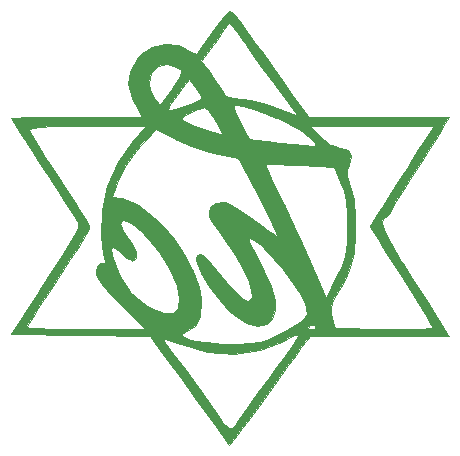
<source format=gbr>
%TF.GenerationSoftware,KiCad,Pcbnew,(5.1.9)-1*%
%TF.CreationDate,2021-05-30T19:53:41+08:00*%
%TF.ProjectId,Tuya_RGB,54757961-5f52-4474-922e-6b696361645f,rev?*%
%TF.SameCoordinates,Original*%
%TF.FileFunction,Legend,Bot*%
%TF.FilePolarity,Positive*%
%FSLAX46Y46*%
G04 Gerber Fmt 4.6, Leading zero omitted, Abs format (unit mm)*
G04 Created by KiCad (PCBNEW (5.1.9)-1) date 2021-05-30 19:53:41*
%MOMM*%
%LPD*%
G01*
G04 APERTURE LIST*
%ADD10C,0.010000*%
G04 APERTURE END LIST*
D10*
%TO.C,G\u002A\u002A\u002A*%
G36*
X155054109Y-79521906D02*
G01*
X154600238Y-80059247D01*
X154019172Y-80829278D01*
X153821731Y-81105904D01*
X153232968Y-81940442D01*
X152769890Y-82594192D01*
X152509656Y-82958317D01*
X152481984Y-82995691D01*
X152243969Y-82941400D01*
X152022462Y-82786138D01*
X151005533Y-82254200D01*
X149847432Y-82126382D01*
X148708589Y-82381635D01*
X147749432Y-82998911D01*
X147418495Y-83390184D01*
X146820654Y-84513516D01*
X146685234Y-85560594D01*
X147001611Y-86692322D01*
X147176198Y-87059029D01*
X147817412Y-88315800D01*
X142297148Y-88315800D01*
X140652638Y-88321478D01*
X139203268Y-88337347D01*
X138026587Y-88361655D01*
X137200142Y-88392653D01*
X136801484Y-88428593D01*
X136776884Y-88440356D01*
X136911999Y-88712317D01*
X137257876Y-89272712D01*
X137536903Y-89697127D01*
X137933353Y-90295589D01*
X138517322Y-91186856D01*
X139224431Y-92271618D01*
X139990302Y-93450565D01*
X140750557Y-94624385D01*
X141440818Y-95693770D01*
X141996707Y-96559410D01*
X142353845Y-97121993D01*
X142427747Y-97241782D01*
X142474522Y-97442434D01*
X142403657Y-97760046D01*
X142185956Y-98246428D01*
X141792222Y-98953384D01*
X141193259Y-99932721D01*
X140359868Y-101236247D01*
X139262852Y-102915767D01*
X139033330Y-103264759D01*
X136769481Y-106704342D01*
X142660161Y-106779716D01*
X148550842Y-106855090D01*
X149328509Y-107970341D01*
X150069311Y-109014594D01*
X151121145Y-110468517D01*
X152486984Y-112336196D01*
X154042213Y-114448843D01*
X155266479Y-116107927D01*
X155937803Y-115242593D01*
X156352530Y-114692596D01*
X156989576Y-113829443D01*
X157763093Y-112770153D01*
X158587233Y-111631744D01*
X158610732Y-111599133D01*
X159442127Y-110445829D01*
X160230620Y-109353154D01*
X160887776Y-108443592D01*
X161325162Y-107839622D01*
X161328465Y-107835075D01*
X162044592Y-106849142D01*
X167928445Y-106842888D01*
X173812298Y-106836633D01*
X173792929Y-106805592D01*
X161118550Y-106805592D01*
X160968112Y-107080815D01*
X160552426Y-107702083D01*
X159924937Y-108593005D01*
X159139090Y-109677188D01*
X158579596Y-110434690D01*
X157698193Y-111627438D01*
X156917483Y-112698513D01*
X156297786Y-113564025D01*
X155899427Y-114140086D01*
X155792162Y-114311113D01*
X155502816Y-114690450D01*
X155185473Y-114679725D01*
X154758415Y-114247378D01*
X154422031Y-113781946D01*
X153081039Y-111875525D01*
X151555295Y-109784793D01*
X150914900Y-108927590D01*
X150341125Y-108156059D01*
X149888421Y-107531040D01*
X149662651Y-107199945D01*
X149791785Y-107142074D01*
X150297902Y-107270502D01*
X151074057Y-107557447D01*
X151135052Y-107582469D01*
X153344475Y-108225632D01*
X155608678Y-108383373D01*
X157833034Y-108060898D01*
X159922916Y-107263412D01*
X160258655Y-107080609D01*
X160806843Y-106817613D01*
X161102084Y-106773002D01*
X161118550Y-106805592D01*
X173792929Y-106805592D01*
X172823237Y-105251606D01*
X172290065Y-104402220D01*
X171566330Y-103256156D01*
X170746442Y-101962619D01*
X169924809Y-100670810D01*
X169912625Y-100651692D01*
X169011395Y-99175744D01*
X168436606Y-98079526D01*
X168178202Y-97334372D01*
X168226125Y-96911617D01*
X168555191Y-96782467D01*
X168784678Y-96580195D01*
X168791467Y-96517121D01*
X168930102Y-96205344D01*
X169307992Y-95549818D01*
X169868119Y-94645239D01*
X170553464Y-93586309D01*
X170583682Y-93540558D01*
X171363739Y-92347970D01*
X172112364Y-91181462D01*
X172737712Y-90185384D01*
X173108377Y-89572571D01*
X173378237Y-89109550D01*
X172556493Y-89109550D01*
X172077421Y-89837154D01*
X171715556Y-90398615D01*
X171174183Y-91252409D01*
X170552860Y-92241273D01*
X170360534Y-92549133D01*
X169645227Y-93684815D01*
X168891193Y-94864441D01*
X168245143Y-95858746D01*
X168163343Y-95982683D01*
X167673206Y-96745954D01*
X167327426Y-97328148D01*
X167203967Y-97593920D01*
X167340029Y-97857687D01*
X167718380Y-98493345D01*
X168294269Y-99428237D01*
X169022944Y-100589703D01*
X169849801Y-101889692D01*
X170685342Y-103202744D01*
X171412413Y-104359941D01*
X171986294Y-105288905D01*
X172362269Y-105917257D01*
X172495634Y-106172152D01*
X172246005Y-106218378D01*
X171556594Y-106249533D01*
X170516613Y-106263993D01*
X169215278Y-106260133D01*
X168328446Y-106248040D01*
X164161259Y-106175175D01*
X164127495Y-106038568D01*
X162571091Y-106038568D01*
X162513607Y-106268661D01*
X162324790Y-106307467D01*
X161961934Y-106246109D01*
X161912300Y-106190790D01*
X162106180Y-105943824D01*
X162455040Y-105938320D01*
X162571091Y-106038568D01*
X164127495Y-106038568D01*
X163927727Y-105230346D01*
X163900003Y-105043316D01*
X161813315Y-105043316D01*
X161505894Y-105478809D01*
X161205194Y-105710132D01*
X159947674Y-106487109D01*
X158652662Y-107108524D01*
X157811259Y-107397831D01*
X157020526Y-107507303D01*
X155906138Y-107541753D01*
X154641664Y-107509349D01*
X153400671Y-107418262D01*
X152356731Y-107276660D01*
X151725842Y-107111426D01*
X151211557Y-106876879D01*
X151147931Y-106729742D01*
X151492103Y-106566495D01*
X151499095Y-106563801D01*
X152310480Y-106004852D01*
X152766934Y-105138273D01*
X152889146Y-104029164D01*
X152850128Y-103766811D01*
X151032898Y-103766811D01*
X150913066Y-104531693D01*
X150464312Y-104933236D01*
X149703527Y-104944071D01*
X148647604Y-104536830D01*
X148309504Y-104348950D01*
X146956283Y-103258193D01*
X145963850Y-101784670D01*
X145625206Y-100972663D01*
X145315384Y-99986166D01*
X145250158Y-99453156D01*
X145435140Y-99354993D01*
X145875943Y-99673036D01*
X145985632Y-99775674D01*
X146541432Y-100235718D01*
X146979775Y-100476387D01*
X147043966Y-100486634D01*
X147321560Y-100291732D01*
X147325622Y-99800581D01*
X147081644Y-99153512D01*
X146698759Y-98586298D01*
X146268366Y-97983606D01*
X146045760Y-97493720D01*
X146037301Y-97423625D01*
X146182058Y-97090786D01*
X146572826Y-97126055D01*
X147144342Y-97469606D01*
X147831348Y-98061611D01*
X148568583Y-98842243D01*
X149290789Y-99751675D01*
X149932704Y-100730080D01*
X150218227Y-101256498D01*
X150806916Y-102665956D01*
X151032898Y-103766811D01*
X152850128Y-103766811D01*
X152697805Y-102742623D01*
X152213600Y-101343751D01*
X151457222Y-99897645D01*
X150449358Y-98469405D01*
X149210700Y-97124129D01*
X148229531Y-96276146D01*
X147400755Y-95726998D01*
X146566576Y-95327767D01*
X146186999Y-95217813D01*
X145298657Y-95062675D01*
X145823448Y-93661048D01*
X146434726Y-92466807D01*
X147351229Y-91219743D01*
X147714124Y-90814709D01*
X149080009Y-89369997D01*
X150824294Y-90261111D01*
X152006259Y-90783335D01*
X153317955Y-91241339D01*
X154293538Y-91495092D01*
X156018498Y-91837960D01*
X157823695Y-95302401D01*
X158515629Y-96635011D01*
X158980063Y-97553923D01*
X159235087Y-98114160D01*
X159298791Y-98370749D01*
X159189265Y-98378715D01*
X158924600Y-98193082D01*
X158720075Y-98028898D01*
X157619665Y-97188220D01*
X156524700Y-96442592D01*
X155562751Y-95873035D01*
X154861390Y-95560572D01*
X154812303Y-95547040D01*
X154137297Y-95582605D01*
X153656910Y-95962991D01*
X153519540Y-96550729D01*
X153555367Y-96711391D01*
X153795212Y-97182553D01*
X154260344Y-97904999D01*
X154803241Y-98659123D01*
X155628734Y-99849844D01*
X156304000Y-101018403D01*
X156799396Y-102086866D01*
X157085280Y-102977302D01*
X157132010Y-103611780D01*
X156909944Y-103912367D01*
X156806622Y-103926217D01*
X156412808Y-103726923D01*
X155799315Y-103190045D01*
X155056138Y-102407089D01*
X154273274Y-101469559D01*
X153879149Y-100949654D01*
X153294441Y-100282091D01*
X152816862Y-99971018D01*
X152517865Y-100031242D01*
X152468899Y-100477573D01*
X152507615Y-100665400D01*
X152857971Y-101514217D01*
X153486122Y-102564699D01*
X154281334Y-103659259D01*
X155132874Y-104640308D01*
X155637811Y-105120094D01*
X156678528Y-105813569D01*
X157625197Y-106063351D01*
X158416369Y-105864070D01*
X158879586Y-105403305D01*
X159145065Y-104707690D01*
X159117999Y-103821230D01*
X158784104Y-102681077D01*
X158129092Y-101224382D01*
X157773794Y-100538656D01*
X157244127Y-99527248D01*
X156953050Y-98907597D01*
X156879680Y-98610272D01*
X157003136Y-98565843D01*
X157206951Y-98653931D01*
X157939915Y-99189805D01*
X158817534Y-100062939D01*
X159737411Y-101142638D01*
X160597148Y-102298206D01*
X161294348Y-103398947D01*
X161726614Y-104314165D01*
X161779019Y-104489534D01*
X161813315Y-105043316D01*
X163900003Y-105043316D01*
X163827055Y-104551211D01*
X163962966Y-103966733D01*
X164380458Y-103245971D01*
X164921451Y-102299776D01*
X165405452Y-101252263D01*
X165496018Y-101015800D01*
X165770982Y-99841302D01*
X165908189Y-98361357D01*
X165907923Y-97576217D01*
X165208149Y-97576217D01*
X165194157Y-98801729D01*
X165124942Y-99681249D01*
X164962232Y-100397684D01*
X164667750Y-101133936D01*
X164311811Y-101859645D01*
X163413990Y-103629531D01*
X162085952Y-100536728D01*
X161423066Y-99037412D01*
X160674770Y-97414856D01*
X159945491Y-95892406D01*
X159477571Y-94957885D01*
X158963663Y-93927221D01*
X158573042Y-93080018D01*
X158350971Y-92518703D01*
X158323278Y-92345795D01*
X158622991Y-92311125D01*
X159335632Y-92315503D01*
X160346598Y-92356362D01*
X161266100Y-92411738D01*
X164082873Y-92603730D01*
X164644770Y-93833202D01*
X164936020Y-94599237D01*
X165110250Y-95440396D01*
X165192256Y-96521425D01*
X165208149Y-97576217D01*
X165907923Y-97576217D01*
X165907653Y-96780388D01*
X165769384Y-95302822D01*
X165495618Y-94139215D01*
X165246162Y-93304611D01*
X165236743Y-92736410D01*
X165376350Y-92371126D01*
X165572300Y-91648665D01*
X165320333Y-91152335D01*
X164661001Y-90959136D01*
X164632584Y-90958816D01*
X163939005Y-90738243D01*
X162576663Y-90738243D01*
X162296619Y-90746585D01*
X161619300Y-90702540D01*
X160672576Y-90618858D01*
X159584315Y-90508288D01*
X158482386Y-90383579D01*
X157494657Y-90257479D01*
X156955820Y-90177820D01*
X156811455Y-89958789D01*
X156752977Y-89850663D01*
X154754920Y-89850663D01*
X153133127Y-89359623D01*
X152382009Y-89109550D01*
X148203005Y-89109550D01*
X147002083Y-90445264D01*
X145800020Y-92146942D01*
X144932248Y-94138364D01*
X144443115Y-96268460D01*
X144376970Y-98386156D01*
X144462139Y-99097571D01*
X144596069Y-99924198D01*
X144687134Y-100503313D01*
X144712851Y-100685071D01*
X144507986Y-100705072D01*
X144383655Y-100685071D01*
X144115397Y-100862244D01*
X143969774Y-101340641D01*
X143994098Y-101728587D01*
X144196069Y-102171281D01*
X144634918Y-102752374D01*
X145369876Y-103555521D01*
X145983666Y-104184912D01*
X148080709Y-106307467D01*
X143090255Y-106307467D01*
X141530862Y-106298752D01*
X140170617Y-106274496D01*
X139091079Y-106237531D01*
X138373808Y-106190688D01*
X138100363Y-106136799D01*
X138099800Y-106134187D01*
X138237372Y-105857225D01*
X138611104Y-105235336D01*
X139162520Y-104363150D01*
X139775700Y-103422208D01*
X140902324Y-101713600D01*
X141769416Y-100392291D01*
X142410344Y-99404872D01*
X142858476Y-98697929D01*
X143147178Y-98218051D01*
X143309818Y-97911826D01*
X143379764Y-97725841D01*
X143391467Y-97634359D01*
X143252738Y-97286004D01*
X142888408Y-96641363D01*
X142376266Y-95837711D01*
X142357474Y-95809661D01*
X141818944Y-94997322D01*
X141146202Y-93968246D01*
X140410260Y-92832776D01*
X139682129Y-91701255D01*
X139032823Y-90684027D01*
X138533351Y-89891434D01*
X138258424Y-89440279D01*
X138297922Y-89321570D01*
X138607735Y-89233226D01*
X139242147Y-89171568D01*
X140255444Y-89132914D01*
X141701911Y-89113583D01*
X143135788Y-89109550D01*
X148203005Y-89109550D01*
X152382009Y-89109550D01*
X152247585Y-89064796D01*
X151560945Y-88787352D01*
X151253041Y-88610291D01*
X151282835Y-88343708D01*
X151815337Y-88012543D01*
X151987919Y-87937024D01*
X152638316Y-87676365D01*
X153049723Y-87532158D01*
X153099970Y-87522050D01*
X153435719Y-87737542D01*
X153886156Y-88291210D01*
X154330550Y-89030023D01*
X154754920Y-89850663D01*
X156752977Y-89850663D01*
X156522805Y-89425076D01*
X156172317Y-88740132D01*
X155842439Y-88067405D01*
X155615617Y-87570347D01*
X155562300Y-87415189D01*
X155786797Y-87324336D01*
X156382576Y-87406875D01*
X157233074Y-87631207D01*
X158221724Y-87965731D01*
X159231962Y-88378847D01*
X159398759Y-88455223D01*
X160442122Y-88989677D01*
X161372570Y-89552186D01*
X162098109Y-90076661D01*
X162526746Y-90497015D01*
X162576663Y-90738243D01*
X163939005Y-90738243D01*
X163804092Y-90695338D01*
X162999620Y-90032774D01*
X162102565Y-89109550D01*
X172556493Y-89109550D01*
X173378237Y-89109550D01*
X173840856Y-88315800D01*
X162007892Y-88315800D01*
X161950110Y-88237722D01*
X161077536Y-88237722D01*
X159532121Y-87613502D01*
X158361449Y-87227260D01*
X157062166Y-86923923D01*
X156377628Y-86821099D01*
X155556520Y-86697836D01*
X152913525Y-86697836D01*
X152690539Y-86886959D01*
X152139634Y-87149290D01*
X151430735Y-87423305D01*
X150733764Y-87647485D01*
X150218647Y-87760306D01*
X150053203Y-87733427D01*
X150127708Y-87393351D01*
X150261015Y-87200486D01*
X150600801Y-86770419D01*
X151070205Y-86137170D01*
X151177187Y-85988415D01*
X151800407Y-85116239D01*
X152358437Y-85825659D01*
X152735242Y-86348863D01*
X152911665Y-86680955D01*
X152913525Y-86697836D01*
X155556520Y-86697836D01*
X155534650Y-86694553D01*
X154952115Y-86533632D01*
X154768550Y-86395328D01*
X154622205Y-86058925D01*
X154242470Y-85448194D01*
X153820120Y-84845717D01*
X153675248Y-84648361D01*
X151182641Y-84648361D01*
X150974938Y-85071126D01*
X150490832Y-85776725D01*
X150386142Y-85922752D01*
X149378241Y-87325678D01*
X148898396Y-86733094D01*
X148535344Y-86049045D01*
X148418550Y-85463051D01*
X148634080Y-84610623D01*
X149187901Y-84045162D01*
X149940867Y-83838832D01*
X150753828Y-84063797D01*
X150914061Y-84168855D01*
X151150247Y-84387810D01*
X151182641Y-84648361D01*
X153675248Y-84648361D01*
X152871689Y-83553695D01*
X153649544Y-82561310D01*
X154192744Y-81826600D01*
X154633258Y-81159847D01*
X154739576Y-80973613D01*
X155041024Y-80525719D01*
X155240880Y-80383805D01*
X155469443Y-80590162D01*
X155900565Y-81130590D01*
X156448034Y-81895734D01*
X156544554Y-82037451D01*
X157207345Y-82991941D01*
X158053772Y-84174940D01*
X158945877Y-85394726D01*
X159368317Y-85961657D01*
X161077536Y-88237722D01*
X161950110Y-88237722D01*
X160686195Y-86529863D01*
X159980789Y-85567164D01*
X159094574Y-84343887D01*
X158151669Y-83031932D01*
X157438454Y-82031946D01*
X156691660Y-81003313D01*
X156043965Y-80153834D01*
X155560526Y-79565984D01*
X155306500Y-79322241D01*
X155295997Y-79319967D01*
X155054109Y-79521906D01*
G37*
X155054109Y-79521906D02*
X154600238Y-80059247D01*
X154019172Y-80829278D01*
X153821731Y-81105904D01*
X153232968Y-81940442D01*
X152769890Y-82594192D01*
X152509656Y-82958317D01*
X152481984Y-82995691D01*
X152243969Y-82941400D01*
X152022462Y-82786138D01*
X151005533Y-82254200D01*
X149847432Y-82126382D01*
X148708589Y-82381635D01*
X147749432Y-82998911D01*
X147418495Y-83390184D01*
X146820654Y-84513516D01*
X146685234Y-85560594D01*
X147001611Y-86692322D01*
X147176198Y-87059029D01*
X147817412Y-88315800D01*
X142297148Y-88315800D01*
X140652638Y-88321478D01*
X139203268Y-88337347D01*
X138026587Y-88361655D01*
X137200142Y-88392653D01*
X136801484Y-88428593D01*
X136776884Y-88440356D01*
X136911999Y-88712317D01*
X137257876Y-89272712D01*
X137536903Y-89697127D01*
X137933353Y-90295589D01*
X138517322Y-91186856D01*
X139224431Y-92271618D01*
X139990302Y-93450565D01*
X140750557Y-94624385D01*
X141440818Y-95693770D01*
X141996707Y-96559410D01*
X142353845Y-97121993D01*
X142427747Y-97241782D01*
X142474522Y-97442434D01*
X142403657Y-97760046D01*
X142185956Y-98246428D01*
X141792222Y-98953384D01*
X141193259Y-99932721D01*
X140359868Y-101236247D01*
X139262852Y-102915767D01*
X139033330Y-103264759D01*
X136769481Y-106704342D01*
X142660161Y-106779716D01*
X148550842Y-106855090D01*
X149328509Y-107970341D01*
X150069311Y-109014594D01*
X151121145Y-110468517D01*
X152486984Y-112336196D01*
X154042213Y-114448843D01*
X155266479Y-116107927D01*
X155937803Y-115242593D01*
X156352530Y-114692596D01*
X156989576Y-113829443D01*
X157763093Y-112770153D01*
X158587233Y-111631744D01*
X158610732Y-111599133D01*
X159442127Y-110445829D01*
X160230620Y-109353154D01*
X160887776Y-108443592D01*
X161325162Y-107839622D01*
X161328465Y-107835075D01*
X162044592Y-106849142D01*
X167928445Y-106842888D01*
X173812298Y-106836633D01*
X173792929Y-106805592D01*
X161118550Y-106805592D01*
X160968112Y-107080815D01*
X160552426Y-107702083D01*
X159924937Y-108593005D01*
X159139090Y-109677188D01*
X158579596Y-110434690D01*
X157698193Y-111627438D01*
X156917483Y-112698513D01*
X156297786Y-113564025D01*
X155899427Y-114140086D01*
X155792162Y-114311113D01*
X155502816Y-114690450D01*
X155185473Y-114679725D01*
X154758415Y-114247378D01*
X154422031Y-113781946D01*
X153081039Y-111875525D01*
X151555295Y-109784793D01*
X150914900Y-108927590D01*
X150341125Y-108156059D01*
X149888421Y-107531040D01*
X149662651Y-107199945D01*
X149791785Y-107142074D01*
X150297902Y-107270502D01*
X151074057Y-107557447D01*
X151135052Y-107582469D01*
X153344475Y-108225632D01*
X155608678Y-108383373D01*
X157833034Y-108060898D01*
X159922916Y-107263412D01*
X160258655Y-107080609D01*
X160806843Y-106817613D01*
X161102084Y-106773002D01*
X161118550Y-106805592D01*
X173792929Y-106805592D01*
X172823237Y-105251606D01*
X172290065Y-104402220D01*
X171566330Y-103256156D01*
X170746442Y-101962619D01*
X169924809Y-100670810D01*
X169912625Y-100651692D01*
X169011395Y-99175744D01*
X168436606Y-98079526D01*
X168178202Y-97334372D01*
X168226125Y-96911617D01*
X168555191Y-96782467D01*
X168784678Y-96580195D01*
X168791467Y-96517121D01*
X168930102Y-96205344D01*
X169307992Y-95549818D01*
X169868119Y-94645239D01*
X170553464Y-93586309D01*
X170583682Y-93540558D01*
X171363739Y-92347970D01*
X172112364Y-91181462D01*
X172737712Y-90185384D01*
X173108377Y-89572571D01*
X173378237Y-89109550D01*
X172556493Y-89109550D01*
X172077421Y-89837154D01*
X171715556Y-90398615D01*
X171174183Y-91252409D01*
X170552860Y-92241273D01*
X170360534Y-92549133D01*
X169645227Y-93684815D01*
X168891193Y-94864441D01*
X168245143Y-95858746D01*
X168163343Y-95982683D01*
X167673206Y-96745954D01*
X167327426Y-97328148D01*
X167203967Y-97593920D01*
X167340029Y-97857687D01*
X167718380Y-98493345D01*
X168294269Y-99428237D01*
X169022944Y-100589703D01*
X169849801Y-101889692D01*
X170685342Y-103202744D01*
X171412413Y-104359941D01*
X171986294Y-105288905D01*
X172362269Y-105917257D01*
X172495634Y-106172152D01*
X172246005Y-106218378D01*
X171556594Y-106249533D01*
X170516613Y-106263993D01*
X169215278Y-106260133D01*
X168328446Y-106248040D01*
X164161259Y-106175175D01*
X164127495Y-106038568D01*
X162571091Y-106038568D01*
X162513607Y-106268661D01*
X162324790Y-106307467D01*
X161961934Y-106246109D01*
X161912300Y-106190790D01*
X162106180Y-105943824D01*
X162455040Y-105938320D01*
X162571091Y-106038568D01*
X164127495Y-106038568D01*
X163927727Y-105230346D01*
X163900003Y-105043316D01*
X161813315Y-105043316D01*
X161505894Y-105478809D01*
X161205194Y-105710132D01*
X159947674Y-106487109D01*
X158652662Y-107108524D01*
X157811259Y-107397831D01*
X157020526Y-107507303D01*
X155906138Y-107541753D01*
X154641664Y-107509349D01*
X153400671Y-107418262D01*
X152356731Y-107276660D01*
X151725842Y-107111426D01*
X151211557Y-106876879D01*
X151147931Y-106729742D01*
X151492103Y-106566495D01*
X151499095Y-106563801D01*
X152310480Y-106004852D01*
X152766934Y-105138273D01*
X152889146Y-104029164D01*
X152850128Y-103766811D01*
X151032898Y-103766811D01*
X150913066Y-104531693D01*
X150464312Y-104933236D01*
X149703527Y-104944071D01*
X148647604Y-104536830D01*
X148309504Y-104348950D01*
X146956283Y-103258193D01*
X145963850Y-101784670D01*
X145625206Y-100972663D01*
X145315384Y-99986166D01*
X145250158Y-99453156D01*
X145435140Y-99354993D01*
X145875943Y-99673036D01*
X145985632Y-99775674D01*
X146541432Y-100235718D01*
X146979775Y-100476387D01*
X147043966Y-100486634D01*
X147321560Y-100291732D01*
X147325622Y-99800581D01*
X147081644Y-99153512D01*
X146698759Y-98586298D01*
X146268366Y-97983606D01*
X146045760Y-97493720D01*
X146037301Y-97423625D01*
X146182058Y-97090786D01*
X146572826Y-97126055D01*
X147144342Y-97469606D01*
X147831348Y-98061611D01*
X148568583Y-98842243D01*
X149290789Y-99751675D01*
X149932704Y-100730080D01*
X150218227Y-101256498D01*
X150806916Y-102665956D01*
X151032898Y-103766811D01*
X152850128Y-103766811D01*
X152697805Y-102742623D01*
X152213600Y-101343751D01*
X151457222Y-99897645D01*
X150449358Y-98469405D01*
X149210700Y-97124129D01*
X148229531Y-96276146D01*
X147400755Y-95726998D01*
X146566576Y-95327767D01*
X146186999Y-95217813D01*
X145298657Y-95062675D01*
X145823448Y-93661048D01*
X146434726Y-92466807D01*
X147351229Y-91219743D01*
X147714124Y-90814709D01*
X149080009Y-89369997D01*
X150824294Y-90261111D01*
X152006259Y-90783335D01*
X153317955Y-91241339D01*
X154293538Y-91495092D01*
X156018498Y-91837960D01*
X157823695Y-95302401D01*
X158515629Y-96635011D01*
X158980063Y-97553923D01*
X159235087Y-98114160D01*
X159298791Y-98370749D01*
X159189265Y-98378715D01*
X158924600Y-98193082D01*
X158720075Y-98028898D01*
X157619665Y-97188220D01*
X156524700Y-96442592D01*
X155562751Y-95873035D01*
X154861390Y-95560572D01*
X154812303Y-95547040D01*
X154137297Y-95582605D01*
X153656910Y-95962991D01*
X153519540Y-96550729D01*
X153555367Y-96711391D01*
X153795212Y-97182553D01*
X154260344Y-97904999D01*
X154803241Y-98659123D01*
X155628734Y-99849844D01*
X156304000Y-101018403D01*
X156799396Y-102086866D01*
X157085280Y-102977302D01*
X157132010Y-103611780D01*
X156909944Y-103912367D01*
X156806622Y-103926217D01*
X156412808Y-103726923D01*
X155799315Y-103190045D01*
X155056138Y-102407089D01*
X154273274Y-101469559D01*
X153879149Y-100949654D01*
X153294441Y-100282091D01*
X152816862Y-99971018D01*
X152517865Y-100031242D01*
X152468899Y-100477573D01*
X152507615Y-100665400D01*
X152857971Y-101514217D01*
X153486122Y-102564699D01*
X154281334Y-103659259D01*
X155132874Y-104640308D01*
X155637811Y-105120094D01*
X156678528Y-105813569D01*
X157625197Y-106063351D01*
X158416369Y-105864070D01*
X158879586Y-105403305D01*
X159145065Y-104707690D01*
X159117999Y-103821230D01*
X158784104Y-102681077D01*
X158129092Y-101224382D01*
X157773794Y-100538656D01*
X157244127Y-99527248D01*
X156953050Y-98907597D01*
X156879680Y-98610272D01*
X157003136Y-98565843D01*
X157206951Y-98653931D01*
X157939915Y-99189805D01*
X158817534Y-100062939D01*
X159737411Y-101142638D01*
X160597148Y-102298206D01*
X161294348Y-103398947D01*
X161726614Y-104314165D01*
X161779019Y-104489534D01*
X161813315Y-105043316D01*
X163900003Y-105043316D01*
X163827055Y-104551211D01*
X163962966Y-103966733D01*
X164380458Y-103245971D01*
X164921451Y-102299776D01*
X165405452Y-101252263D01*
X165496018Y-101015800D01*
X165770982Y-99841302D01*
X165908189Y-98361357D01*
X165907923Y-97576217D01*
X165208149Y-97576217D01*
X165194157Y-98801729D01*
X165124942Y-99681249D01*
X164962232Y-100397684D01*
X164667750Y-101133936D01*
X164311811Y-101859645D01*
X163413990Y-103629531D01*
X162085952Y-100536728D01*
X161423066Y-99037412D01*
X160674770Y-97414856D01*
X159945491Y-95892406D01*
X159477571Y-94957885D01*
X158963663Y-93927221D01*
X158573042Y-93080018D01*
X158350971Y-92518703D01*
X158323278Y-92345795D01*
X158622991Y-92311125D01*
X159335632Y-92315503D01*
X160346598Y-92356362D01*
X161266100Y-92411738D01*
X164082873Y-92603730D01*
X164644770Y-93833202D01*
X164936020Y-94599237D01*
X165110250Y-95440396D01*
X165192256Y-96521425D01*
X165208149Y-97576217D01*
X165907923Y-97576217D01*
X165907653Y-96780388D01*
X165769384Y-95302822D01*
X165495618Y-94139215D01*
X165246162Y-93304611D01*
X165236743Y-92736410D01*
X165376350Y-92371126D01*
X165572300Y-91648665D01*
X165320333Y-91152335D01*
X164661001Y-90959136D01*
X164632584Y-90958816D01*
X163939005Y-90738243D01*
X162576663Y-90738243D01*
X162296619Y-90746585D01*
X161619300Y-90702540D01*
X160672576Y-90618858D01*
X159584315Y-90508288D01*
X158482386Y-90383579D01*
X157494657Y-90257479D01*
X156955820Y-90177820D01*
X156811455Y-89958789D01*
X156752977Y-89850663D01*
X154754920Y-89850663D01*
X153133127Y-89359623D01*
X152382009Y-89109550D01*
X148203005Y-89109550D01*
X147002083Y-90445264D01*
X145800020Y-92146942D01*
X144932248Y-94138364D01*
X144443115Y-96268460D01*
X144376970Y-98386156D01*
X144462139Y-99097571D01*
X144596069Y-99924198D01*
X144687134Y-100503313D01*
X144712851Y-100685071D01*
X144507986Y-100705072D01*
X144383655Y-100685071D01*
X144115397Y-100862244D01*
X143969774Y-101340641D01*
X143994098Y-101728587D01*
X144196069Y-102171281D01*
X144634918Y-102752374D01*
X145369876Y-103555521D01*
X145983666Y-104184912D01*
X148080709Y-106307467D01*
X143090255Y-106307467D01*
X141530862Y-106298752D01*
X140170617Y-106274496D01*
X139091079Y-106237531D01*
X138373808Y-106190688D01*
X138100363Y-106136799D01*
X138099800Y-106134187D01*
X138237372Y-105857225D01*
X138611104Y-105235336D01*
X139162520Y-104363150D01*
X139775700Y-103422208D01*
X140902324Y-101713600D01*
X141769416Y-100392291D01*
X142410344Y-99404872D01*
X142858476Y-98697929D01*
X143147178Y-98218051D01*
X143309818Y-97911826D01*
X143379764Y-97725841D01*
X143391467Y-97634359D01*
X143252738Y-97286004D01*
X142888408Y-96641363D01*
X142376266Y-95837711D01*
X142357474Y-95809661D01*
X141818944Y-94997322D01*
X141146202Y-93968246D01*
X140410260Y-92832776D01*
X139682129Y-91701255D01*
X139032823Y-90684027D01*
X138533351Y-89891434D01*
X138258424Y-89440279D01*
X138297922Y-89321570D01*
X138607735Y-89233226D01*
X139242147Y-89171568D01*
X140255444Y-89132914D01*
X141701911Y-89113583D01*
X143135788Y-89109550D01*
X148203005Y-89109550D01*
X152382009Y-89109550D01*
X152247585Y-89064796D01*
X151560945Y-88787352D01*
X151253041Y-88610291D01*
X151282835Y-88343708D01*
X151815337Y-88012543D01*
X151987919Y-87937024D01*
X152638316Y-87676365D01*
X153049723Y-87532158D01*
X153099970Y-87522050D01*
X153435719Y-87737542D01*
X153886156Y-88291210D01*
X154330550Y-89030023D01*
X154754920Y-89850663D01*
X156752977Y-89850663D01*
X156522805Y-89425076D01*
X156172317Y-88740132D01*
X155842439Y-88067405D01*
X155615617Y-87570347D01*
X155562300Y-87415189D01*
X155786797Y-87324336D01*
X156382576Y-87406875D01*
X157233074Y-87631207D01*
X158221724Y-87965731D01*
X159231962Y-88378847D01*
X159398759Y-88455223D01*
X160442122Y-88989677D01*
X161372570Y-89552186D01*
X162098109Y-90076661D01*
X162526746Y-90497015D01*
X162576663Y-90738243D01*
X163939005Y-90738243D01*
X163804092Y-90695338D01*
X162999620Y-90032774D01*
X162102565Y-89109550D01*
X172556493Y-89109550D01*
X173378237Y-89109550D01*
X173840856Y-88315800D01*
X162007892Y-88315800D01*
X161950110Y-88237722D01*
X161077536Y-88237722D01*
X159532121Y-87613502D01*
X158361449Y-87227260D01*
X157062166Y-86923923D01*
X156377628Y-86821099D01*
X155556520Y-86697836D01*
X152913525Y-86697836D01*
X152690539Y-86886959D01*
X152139634Y-87149290D01*
X151430735Y-87423305D01*
X150733764Y-87647485D01*
X150218647Y-87760306D01*
X150053203Y-87733427D01*
X150127708Y-87393351D01*
X150261015Y-87200486D01*
X150600801Y-86770419D01*
X151070205Y-86137170D01*
X151177187Y-85988415D01*
X151800407Y-85116239D01*
X152358437Y-85825659D01*
X152735242Y-86348863D01*
X152911665Y-86680955D01*
X152913525Y-86697836D01*
X155556520Y-86697836D01*
X155534650Y-86694553D01*
X154952115Y-86533632D01*
X154768550Y-86395328D01*
X154622205Y-86058925D01*
X154242470Y-85448194D01*
X153820120Y-84845717D01*
X153675248Y-84648361D01*
X151182641Y-84648361D01*
X150974938Y-85071126D01*
X150490832Y-85776725D01*
X150386142Y-85922752D01*
X149378241Y-87325678D01*
X148898396Y-86733094D01*
X148535344Y-86049045D01*
X148418550Y-85463051D01*
X148634080Y-84610623D01*
X149187901Y-84045162D01*
X149940867Y-83838832D01*
X150753828Y-84063797D01*
X150914061Y-84168855D01*
X151150247Y-84387810D01*
X151182641Y-84648361D01*
X153675248Y-84648361D01*
X152871689Y-83553695D01*
X153649544Y-82561310D01*
X154192744Y-81826600D01*
X154633258Y-81159847D01*
X154739576Y-80973613D01*
X155041024Y-80525719D01*
X155240880Y-80383805D01*
X155469443Y-80590162D01*
X155900565Y-81130590D01*
X156448034Y-81895734D01*
X156544554Y-82037451D01*
X157207345Y-82991941D01*
X158053772Y-84174940D01*
X158945877Y-85394726D01*
X159368317Y-85961657D01*
X161077536Y-88237722D01*
X161950110Y-88237722D01*
X160686195Y-86529863D01*
X159980789Y-85567164D01*
X159094574Y-84343887D01*
X158151669Y-83031932D01*
X157438454Y-82031946D01*
X156691660Y-81003313D01*
X156043965Y-80153834D01*
X155560526Y-79565984D01*
X155306500Y-79322241D01*
X155295997Y-79319967D01*
X155054109Y-79521906D01*
%TD*%
M02*

</source>
